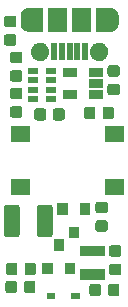
<source format=gbr>
G04 #@! TF.GenerationSoftware,KiCad,Pcbnew,(5.0.2)-1*
G04 #@! TF.CreationDate,2018-12-23T16:39:48-05:00*
G04 #@! TF.ProjectId,cardEmulator,63617264-456d-4756-9c61-746f722e6b69,rev?*
G04 #@! TF.SameCoordinates,Original*
G04 #@! TF.FileFunction,Soldermask,Top*
G04 #@! TF.FilePolarity,Negative*
%FSLAX46Y46*%
G04 Gerber Fmt 4.6, Leading zero omitted, Abs format (unit mm)*
G04 Created by KiCad (PCBNEW (5.0.2)-1) date 12/23/2018 4:39:48 PM*
%MOMM*%
%LPD*%
G01*
G04 APERTURE LIST*
%ADD10C,0.100000*%
G04 APERTURE END LIST*
D10*
G36*
X119417800Y-105406300D02*
X118716200Y-105406300D01*
X118716200Y-104854700D01*
X119417800Y-104854700D01*
X119417800Y-105406300D01*
X119417800Y-105406300D01*
G37*
G36*
X117317800Y-105406300D02*
X116616200Y-105406300D01*
X116616200Y-104854700D01*
X117317800Y-104854700D01*
X117317800Y-105406300D01*
X117317800Y-105406300D01*
G37*
G36*
X121027981Y-104101268D02*
X121071375Y-104114432D01*
X121111368Y-104135809D01*
X121146423Y-104164577D01*
X121175191Y-104199632D01*
X121196568Y-104239625D01*
X121209732Y-104283019D01*
X121214300Y-104329400D01*
X121214300Y-104915600D01*
X121209732Y-104961981D01*
X121196568Y-105005375D01*
X121175191Y-105045368D01*
X121146423Y-105080423D01*
X121111368Y-105109191D01*
X121071375Y-105130568D01*
X121027981Y-105143732D01*
X120981600Y-105148300D01*
X120470400Y-105148300D01*
X120424019Y-105143732D01*
X120380625Y-105130568D01*
X120340632Y-105109191D01*
X120305577Y-105080423D01*
X120276809Y-105045368D01*
X120255432Y-105005375D01*
X120242268Y-104961981D01*
X120237700Y-104915600D01*
X120237700Y-104329400D01*
X120242268Y-104283019D01*
X120255432Y-104239625D01*
X120276809Y-104199632D01*
X120305577Y-104164577D01*
X120340632Y-104135809D01*
X120380625Y-104114432D01*
X120424019Y-104101268D01*
X120470400Y-104096700D01*
X120981600Y-104096700D01*
X121027981Y-104101268D01*
X121027981Y-104101268D01*
G37*
G36*
X122602981Y-104101268D02*
X122646375Y-104114432D01*
X122686368Y-104135809D01*
X122721423Y-104164577D01*
X122750191Y-104199632D01*
X122771568Y-104239625D01*
X122784732Y-104283019D01*
X122789300Y-104329400D01*
X122789300Y-104915600D01*
X122784732Y-104961981D01*
X122771568Y-105005375D01*
X122750191Y-105045368D01*
X122721423Y-105080423D01*
X122686368Y-105109191D01*
X122646375Y-105130568D01*
X122602981Y-105143732D01*
X122556600Y-105148300D01*
X122045400Y-105148300D01*
X121999019Y-105143732D01*
X121955625Y-105130568D01*
X121915632Y-105109191D01*
X121880577Y-105080423D01*
X121851809Y-105045368D01*
X121830432Y-105005375D01*
X121817268Y-104961981D01*
X121812700Y-104915600D01*
X121812700Y-104329400D01*
X121817268Y-104283019D01*
X121830432Y-104239625D01*
X121851809Y-104199632D01*
X121880577Y-104164577D01*
X121915632Y-104135809D01*
X121955625Y-104114432D01*
X121999019Y-104101268D01*
X122045400Y-104096700D01*
X122556600Y-104096700D01*
X122602981Y-104101268D01*
X122602981Y-104101268D01*
G37*
G36*
X113915981Y-103847268D02*
X113959375Y-103860432D01*
X113999368Y-103881809D01*
X114034423Y-103910577D01*
X114063191Y-103945632D01*
X114084568Y-103985625D01*
X114097732Y-104029019D01*
X114102300Y-104075400D01*
X114102300Y-104661600D01*
X114097732Y-104707981D01*
X114084568Y-104751375D01*
X114063191Y-104791368D01*
X114034423Y-104826423D01*
X113999368Y-104855191D01*
X113959375Y-104876568D01*
X113915981Y-104889732D01*
X113869600Y-104894300D01*
X113358400Y-104894300D01*
X113312019Y-104889732D01*
X113268625Y-104876568D01*
X113228632Y-104855191D01*
X113193577Y-104826423D01*
X113164809Y-104791368D01*
X113143432Y-104751375D01*
X113130268Y-104707981D01*
X113125700Y-104661600D01*
X113125700Y-104075400D01*
X113130268Y-104029019D01*
X113143432Y-103985625D01*
X113164809Y-103945632D01*
X113193577Y-103910577D01*
X113228632Y-103881809D01*
X113268625Y-103860432D01*
X113312019Y-103847268D01*
X113358400Y-103842700D01*
X113869600Y-103842700D01*
X113915981Y-103847268D01*
X113915981Y-103847268D01*
G37*
G36*
X115490981Y-103847268D02*
X115534375Y-103860432D01*
X115574368Y-103881809D01*
X115609423Y-103910577D01*
X115638191Y-103945632D01*
X115659568Y-103985625D01*
X115672732Y-104029019D01*
X115677300Y-104075400D01*
X115677300Y-104661600D01*
X115672732Y-104707981D01*
X115659568Y-104751375D01*
X115638191Y-104791368D01*
X115609423Y-104826423D01*
X115574368Y-104855191D01*
X115534375Y-104876568D01*
X115490981Y-104889732D01*
X115444600Y-104894300D01*
X114933400Y-104894300D01*
X114887019Y-104889732D01*
X114843625Y-104876568D01*
X114803632Y-104855191D01*
X114768577Y-104826423D01*
X114739809Y-104791368D01*
X114718432Y-104751375D01*
X114705268Y-104707981D01*
X114700700Y-104661600D01*
X114700700Y-104075400D01*
X114705268Y-104029019D01*
X114718432Y-103985625D01*
X114739809Y-103945632D01*
X114768577Y-103910577D01*
X114803632Y-103881809D01*
X114843625Y-103860432D01*
X114887019Y-103847268D01*
X114933400Y-103842700D01*
X115444600Y-103842700D01*
X115490981Y-103847268D01*
X115490981Y-103847268D01*
G37*
G36*
X121573800Y-103771300D02*
X119472200Y-103771300D01*
X119472200Y-102869700D01*
X121573800Y-102869700D01*
X121573800Y-103771300D01*
X121573800Y-103771300D01*
G37*
G36*
X122767481Y-102411768D02*
X122810875Y-102424932D01*
X122850868Y-102446309D01*
X122885923Y-102475077D01*
X122914691Y-102510132D01*
X122936068Y-102550125D01*
X122949232Y-102593519D01*
X122953800Y-102639900D01*
X122953800Y-103151100D01*
X122949232Y-103197481D01*
X122936068Y-103240875D01*
X122914691Y-103280868D01*
X122885923Y-103315923D01*
X122850868Y-103344691D01*
X122810875Y-103366068D01*
X122767481Y-103379232D01*
X122721100Y-103383800D01*
X122134900Y-103383800D01*
X122088519Y-103379232D01*
X122045125Y-103366068D01*
X122005132Y-103344691D01*
X121970077Y-103315923D01*
X121941309Y-103280868D01*
X121919932Y-103240875D01*
X121906768Y-103197481D01*
X121902200Y-103151100D01*
X121902200Y-102639900D01*
X121906768Y-102593519D01*
X121919932Y-102550125D01*
X121941309Y-102510132D01*
X121970077Y-102475077D01*
X122005132Y-102446309D01*
X122045125Y-102424932D01*
X122088519Y-102411768D01*
X122134900Y-102407200D01*
X122721100Y-102407200D01*
X122767481Y-102411768D01*
X122767481Y-102411768D01*
G37*
G36*
X113966981Y-102323268D02*
X114010375Y-102336432D01*
X114050368Y-102357809D01*
X114085423Y-102386577D01*
X114114191Y-102421632D01*
X114135568Y-102461625D01*
X114148732Y-102505019D01*
X114153300Y-102551400D01*
X114153300Y-103137600D01*
X114148732Y-103183981D01*
X114135568Y-103227375D01*
X114114191Y-103267368D01*
X114085423Y-103302423D01*
X114050368Y-103331191D01*
X114010375Y-103352568D01*
X113966981Y-103365732D01*
X113920600Y-103370300D01*
X113409400Y-103370300D01*
X113363019Y-103365732D01*
X113319625Y-103352568D01*
X113279632Y-103331191D01*
X113244577Y-103302423D01*
X113215809Y-103267368D01*
X113194432Y-103227375D01*
X113181268Y-103183981D01*
X113176700Y-103137600D01*
X113176700Y-102551400D01*
X113181268Y-102505019D01*
X113194432Y-102461625D01*
X113215809Y-102421632D01*
X113244577Y-102386577D01*
X113279632Y-102357809D01*
X113319625Y-102336432D01*
X113363019Y-102323268D01*
X113409400Y-102318700D01*
X113920600Y-102318700D01*
X113966981Y-102323268D01*
X113966981Y-102323268D01*
G37*
G36*
X115541981Y-102323268D02*
X115585375Y-102336432D01*
X115625368Y-102357809D01*
X115660423Y-102386577D01*
X115689191Y-102421632D01*
X115710568Y-102461625D01*
X115723732Y-102505019D01*
X115728300Y-102551400D01*
X115728300Y-103137600D01*
X115723732Y-103183981D01*
X115710568Y-103227375D01*
X115689191Y-103267368D01*
X115660423Y-103302423D01*
X115625368Y-103331191D01*
X115585375Y-103352568D01*
X115541981Y-103365732D01*
X115495600Y-103370300D01*
X114984400Y-103370300D01*
X114938019Y-103365732D01*
X114894625Y-103352568D01*
X114854632Y-103331191D01*
X114819577Y-103302423D01*
X114790809Y-103267368D01*
X114769432Y-103227375D01*
X114756268Y-103183981D01*
X114751700Y-103137600D01*
X114751700Y-102551400D01*
X114756268Y-102505019D01*
X114769432Y-102461625D01*
X114790809Y-102421632D01*
X114819577Y-102386577D01*
X114854632Y-102357809D01*
X114894625Y-102336432D01*
X114938019Y-102323268D01*
X114984400Y-102318700D01*
X115495600Y-102318700D01*
X115541981Y-102323268D01*
X115541981Y-102323268D01*
G37*
G36*
X117163800Y-103313300D02*
X116262200Y-103313300D01*
X116262200Y-102311700D01*
X117163800Y-102311700D01*
X117163800Y-103313300D01*
X117163800Y-103313300D01*
G37*
G36*
X119063800Y-103313300D02*
X118162200Y-103313300D01*
X118162200Y-102311700D01*
X119063800Y-102311700D01*
X119063800Y-103313300D01*
X119063800Y-103313300D01*
G37*
G36*
X122767481Y-100836768D02*
X122810875Y-100849932D01*
X122850868Y-100871309D01*
X122885923Y-100900077D01*
X122914691Y-100935132D01*
X122936068Y-100975125D01*
X122949232Y-101018519D01*
X122953800Y-101064900D01*
X122953800Y-101576100D01*
X122949232Y-101622481D01*
X122936068Y-101665875D01*
X122914691Y-101705868D01*
X122885923Y-101740923D01*
X122850868Y-101769691D01*
X122810875Y-101791068D01*
X122767481Y-101804232D01*
X122721100Y-101808800D01*
X122134900Y-101808800D01*
X122088519Y-101804232D01*
X122045125Y-101791068D01*
X122005132Y-101769691D01*
X121970077Y-101740923D01*
X121941309Y-101705868D01*
X121919932Y-101665875D01*
X121906768Y-101622481D01*
X121902200Y-101576100D01*
X121902200Y-101064900D01*
X121906768Y-101018519D01*
X121919932Y-100975125D01*
X121941309Y-100935132D01*
X121970077Y-100900077D01*
X122005132Y-100871309D01*
X122045125Y-100849932D01*
X122088519Y-100836768D01*
X122134900Y-100832200D01*
X122721100Y-100832200D01*
X122767481Y-100836768D01*
X122767481Y-100836768D01*
G37*
G36*
X121573800Y-101771300D02*
X119472200Y-101771300D01*
X119472200Y-100869700D01*
X121573800Y-100869700D01*
X121573800Y-101771300D01*
X121573800Y-101771300D01*
G37*
G36*
X118113800Y-101313300D02*
X117212200Y-101313300D01*
X117212200Y-100311700D01*
X118113800Y-100311700D01*
X118113800Y-101313300D01*
X118113800Y-101313300D01*
G37*
G36*
X119383800Y-100265300D02*
X118482200Y-100265300D01*
X118482200Y-99263700D01*
X119383800Y-99263700D01*
X119383800Y-100265300D01*
X119383800Y-100265300D01*
G37*
G36*
X114129463Y-97409722D02*
X114177286Y-97424229D01*
X114221366Y-97447791D01*
X114260002Y-97479498D01*
X114291709Y-97518134D01*
X114315271Y-97562214D01*
X114329778Y-97610037D01*
X114334800Y-97661030D01*
X114334800Y-99899970D01*
X114329778Y-99950963D01*
X114315271Y-99998786D01*
X114291709Y-100042866D01*
X114260002Y-100081502D01*
X114221366Y-100113209D01*
X114177286Y-100136771D01*
X114129463Y-100151278D01*
X114078470Y-100156300D01*
X113239530Y-100156300D01*
X113188537Y-100151278D01*
X113140714Y-100136771D01*
X113096634Y-100113209D01*
X113057998Y-100081502D01*
X113026291Y-100042866D01*
X113002729Y-99998786D01*
X112988222Y-99950963D01*
X112983200Y-99899970D01*
X112983200Y-97661030D01*
X112988222Y-97610037D01*
X113002729Y-97562214D01*
X113026291Y-97518134D01*
X113057998Y-97479498D01*
X113096634Y-97447791D01*
X113140714Y-97424229D01*
X113188537Y-97409722D01*
X113239530Y-97404700D01*
X114078470Y-97404700D01*
X114129463Y-97409722D01*
X114129463Y-97409722D01*
G37*
G36*
X116929463Y-97409722D02*
X116977286Y-97424229D01*
X117021366Y-97447791D01*
X117060002Y-97479498D01*
X117091709Y-97518134D01*
X117115271Y-97562214D01*
X117129778Y-97610037D01*
X117134800Y-97661030D01*
X117134800Y-99899970D01*
X117129778Y-99950963D01*
X117115271Y-99998786D01*
X117091709Y-100042866D01*
X117060002Y-100081502D01*
X117021366Y-100113209D01*
X116977286Y-100136771D01*
X116929463Y-100151278D01*
X116878470Y-100156300D01*
X116039530Y-100156300D01*
X115988537Y-100151278D01*
X115940714Y-100136771D01*
X115896634Y-100113209D01*
X115857998Y-100081502D01*
X115826291Y-100042866D01*
X115802729Y-99998786D01*
X115788222Y-99950963D01*
X115783200Y-99899970D01*
X115783200Y-97661030D01*
X115788222Y-97610037D01*
X115802729Y-97562214D01*
X115826291Y-97518134D01*
X115857998Y-97479498D01*
X115896634Y-97447791D01*
X115940714Y-97424229D01*
X115988537Y-97409722D01*
X116039530Y-97404700D01*
X116878470Y-97404700D01*
X116929463Y-97409722D01*
X116929463Y-97409722D01*
G37*
G36*
X121624481Y-98728768D02*
X121667875Y-98741932D01*
X121707868Y-98763309D01*
X121742923Y-98792077D01*
X121771691Y-98827132D01*
X121793068Y-98867125D01*
X121806232Y-98910519D01*
X121810800Y-98956900D01*
X121810800Y-99468100D01*
X121806232Y-99514481D01*
X121793068Y-99557875D01*
X121771691Y-99597868D01*
X121742923Y-99632923D01*
X121707868Y-99661691D01*
X121667875Y-99683068D01*
X121624481Y-99696232D01*
X121578100Y-99700800D01*
X120991900Y-99700800D01*
X120945519Y-99696232D01*
X120902125Y-99683068D01*
X120862132Y-99661691D01*
X120827077Y-99632923D01*
X120798309Y-99597868D01*
X120776932Y-99557875D01*
X120763768Y-99514481D01*
X120759200Y-99468100D01*
X120759200Y-98956900D01*
X120763768Y-98910519D01*
X120776932Y-98867125D01*
X120798309Y-98827132D01*
X120827077Y-98792077D01*
X120862132Y-98763309D01*
X120902125Y-98741932D01*
X120945519Y-98728768D01*
X120991900Y-98724200D01*
X121578100Y-98724200D01*
X121624481Y-98728768D01*
X121624481Y-98728768D01*
G37*
G36*
X120333800Y-98265300D02*
X119432200Y-98265300D01*
X119432200Y-97263700D01*
X120333800Y-97263700D01*
X120333800Y-98265300D01*
X120333800Y-98265300D01*
G37*
G36*
X118433800Y-98265300D02*
X117532200Y-98265300D01*
X117532200Y-97263700D01*
X118433800Y-97263700D01*
X118433800Y-98265300D01*
X118433800Y-98265300D01*
G37*
G36*
X121624481Y-97153768D02*
X121667875Y-97166932D01*
X121707868Y-97188309D01*
X121742923Y-97217077D01*
X121771691Y-97252132D01*
X121793068Y-97292125D01*
X121806232Y-97335519D01*
X121810800Y-97381900D01*
X121810800Y-97893100D01*
X121806232Y-97939481D01*
X121793068Y-97982875D01*
X121771691Y-98022868D01*
X121742923Y-98057923D01*
X121707868Y-98086691D01*
X121667875Y-98108068D01*
X121624481Y-98121232D01*
X121578100Y-98125800D01*
X120991900Y-98125800D01*
X120945519Y-98121232D01*
X120902125Y-98108068D01*
X120862132Y-98086691D01*
X120827077Y-98057923D01*
X120798309Y-98022868D01*
X120776932Y-97982875D01*
X120763768Y-97939481D01*
X120759200Y-97893100D01*
X120759200Y-97381900D01*
X120763768Y-97335519D01*
X120776932Y-97292125D01*
X120798309Y-97252132D01*
X120827077Y-97217077D01*
X120862132Y-97188309D01*
X120902125Y-97166932D01*
X120945519Y-97153768D01*
X120991900Y-97149200D01*
X121578100Y-97149200D01*
X121624481Y-97153768D01*
X121624481Y-97153768D01*
G37*
G36*
X123212800Y-96615300D02*
X121561200Y-96615300D01*
X121561200Y-95213700D01*
X123212800Y-95213700D01*
X123212800Y-96615300D01*
X123212800Y-96615300D01*
G37*
G36*
X115252800Y-96615300D02*
X113601200Y-96615300D01*
X113601200Y-95213700D01*
X115252800Y-95213700D01*
X115252800Y-96615300D01*
X115252800Y-96615300D01*
G37*
G36*
X123212800Y-92115300D02*
X121561200Y-92115300D01*
X121561200Y-90713700D01*
X123212800Y-90713700D01*
X123212800Y-92115300D01*
X123212800Y-92115300D01*
G37*
G36*
X115252800Y-92115300D02*
X113601200Y-92115300D01*
X113601200Y-90713700D01*
X115252800Y-90713700D01*
X115252800Y-92115300D01*
X115252800Y-92115300D01*
G37*
G36*
X117954981Y-89242268D02*
X117998375Y-89255432D01*
X118038368Y-89276809D01*
X118073423Y-89305577D01*
X118102191Y-89340632D01*
X118123568Y-89380625D01*
X118136732Y-89424019D01*
X118141300Y-89470400D01*
X118141300Y-90056600D01*
X118136732Y-90102981D01*
X118123568Y-90146375D01*
X118102191Y-90186368D01*
X118073423Y-90221423D01*
X118038368Y-90250191D01*
X117998375Y-90271568D01*
X117954981Y-90284732D01*
X117908600Y-90289300D01*
X117397400Y-90289300D01*
X117351019Y-90284732D01*
X117307625Y-90271568D01*
X117267632Y-90250191D01*
X117232577Y-90221423D01*
X117203809Y-90186368D01*
X117182432Y-90146375D01*
X117169268Y-90102981D01*
X117164700Y-90056600D01*
X117164700Y-89470400D01*
X117169268Y-89424019D01*
X117182432Y-89380625D01*
X117203809Y-89340632D01*
X117232577Y-89305577D01*
X117267632Y-89276809D01*
X117307625Y-89255432D01*
X117351019Y-89242268D01*
X117397400Y-89237700D01*
X117908600Y-89237700D01*
X117954981Y-89242268D01*
X117954981Y-89242268D01*
G37*
G36*
X116379981Y-89242268D02*
X116423375Y-89255432D01*
X116463368Y-89276809D01*
X116498423Y-89305577D01*
X116527191Y-89340632D01*
X116548568Y-89380625D01*
X116561732Y-89424019D01*
X116566300Y-89470400D01*
X116566300Y-90056600D01*
X116561732Y-90102981D01*
X116548568Y-90146375D01*
X116527191Y-90186368D01*
X116498423Y-90221423D01*
X116463368Y-90250191D01*
X116423375Y-90271568D01*
X116379981Y-90284732D01*
X116333600Y-90289300D01*
X115822400Y-90289300D01*
X115776019Y-90284732D01*
X115732625Y-90271568D01*
X115692632Y-90250191D01*
X115657577Y-90221423D01*
X115628809Y-90186368D01*
X115607432Y-90146375D01*
X115594268Y-90102981D01*
X115589700Y-90056600D01*
X115589700Y-89470400D01*
X115594268Y-89424019D01*
X115607432Y-89380625D01*
X115628809Y-89340632D01*
X115657577Y-89305577D01*
X115692632Y-89276809D01*
X115732625Y-89255432D01*
X115776019Y-89242268D01*
X115822400Y-89237700D01*
X116333600Y-89237700D01*
X116379981Y-89242268D01*
X116379981Y-89242268D01*
G37*
G36*
X122145981Y-89115268D02*
X122189375Y-89128432D01*
X122229368Y-89149809D01*
X122264423Y-89178577D01*
X122293191Y-89213632D01*
X122314568Y-89253625D01*
X122327732Y-89297019D01*
X122332300Y-89343400D01*
X122332300Y-89929600D01*
X122327732Y-89975981D01*
X122314568Y-90019375D01*
X122293191Y-90059368D01*
X122264423Y-90094423D01*
X122229368Y-90123191D01*
X122189375Y-90144568D01*
X122145981Y-90157732D01*
X122099600Y-90162300D01*
X121588400Y-90162300D01*
X121542019Y-90157732D01*
X121498625Y-90144568D01*
X121458632Y-90123191D01*
X121423577Y-90094423D01*
X121394809Y-90059368D01*
X121373432Y-90019375D01*
X121360268Y-89975981D01*
X121355700Y-89929600D01*
X121355700Y-89343400D01*
X121360268Y-89297019D01*
X121373432Y-89253625D01*
X121394809Y-89213632D01*
X121423577Y-89178577D01*
X121458632Y-89149809D01*
X121498625Y-89128432D01*
X121542019Y-89115268D01*
X121588400Y-89110700D01*
X122099600Y-89110700D01*
X122145981Y-89115268D01*
X122145981Y-89115268D01*
G37*
G36*
X120570981Y-89115268D02*
X120614375Y-89128432D01*
X120654368Y-89149809D01*
X120689423Y-89178577D01*
X120718191Y-89213632D01*
X120739568Y-89253625D01*
X120752732Y-89297019D01*
X120757300Y-89343400D01*
X120757300Y-89929600D01*
X120752732Y-89975981D01*
X120739568Y-90019375D01*
X120718191Y-90059368D01*
X120689423Y-90094423D01*
X120654368Y-90123191D01*
X120614375Y-90144568D01*
X120570981Y-90157732D01*
X120524600Y-90162300D01*
X120013400Y-90162300D01*
X119967019Y-90157732D01*
X119923625Y-90144568D01*
X119883632Y-90123191D01*
X119848577Y-90094423D01*
X119819809Y-90059368D01*
X119798432Y-90019375D01*
X119785268Y-89975981D01*
X119780700Y-89929600D01*
X119780700Y-89343400D01*
X119785268Y-89297019D01*
X119798432Y-89253625D01*
X119819809Y-89213632D01*
X119848577Y-89178577D01*
X119883632Y-89149809D01*
X119923625Y-89128432D01*
X119967019Y-89115268D01*
X120013400Y-89110700D01*
X120524600Y-89110700D01*
X120570981Y-89115268D01*
X120570981Y-89115268D01*
G37*
G36*
X114385481Y-89076768D02*
X114428875Y-89089932D01*
X114468868Y-89111309D01*
X114503923Y-89140077D01*
X114532691Y-89175132D01*
X114554068Y-89215125D01*
X114567232Y-89258519D01*
X114571800Y-89304900D01*
X114571800Y-89816100D01*
X114567232Y-89862481D01*
X114554068Y-89905875D01*
X114532691Y-89945868D01*
X114503923Y-89980923D01*
X114468868Y-90009691D01*
X114428875Y-90031068D01*
X114385481Y-90044232D01*
X114339100Y-90048800D01*
X113752900Y-90048800D01*
X113706519Y-90044232D01*
X113663125Y-90031068D01*
X113623132Y-90009691D01*
X113588077Y-89980923D01*
X113559309Y-89945868D01*
X113537932Y-89905875D01*
X113524768Y-89862481D01*
X113520200Y-89816100D01*
X113520200Y-89304900D01*
X113524768Y-89258519D01*
X113537932Y-89215125D01*
X113559309Y-89175132D01*
X113588077Y-89140077D01*
X113623132Y-89111309D01*
X113663125Y-89089932D01*
X113706519Y-89076768D01*
X113752900Y-89072200D01*
X114339100Y-89072200D01*
X114385481Y-89076768D01*
X114385481Y-89076768D01*
G37*
G36*
X117434800Y-88746300D02*
X116573200Y-88746300D01*
X116573200Y-88214700D01*
X117434800Y-88214700D01*
X117434800Y-88746300D01*
X117434800Y-88746300D01*
G37*
G36*
X115914800Y-88746300D02*
X115053200Y-88746300D01*
X115053200Y-88214700D01*
X115914800Y-88214700D01*
X115914800Y-88746300D01*
X115914800Y-88746300D01*
G37*
G36*
X121398800Y-88488300D02*
X120237200Y-88488300D01*
X120237200Y-87736700D01*
X121398800Y-87736700D01*
X121398800Y-88488300D01*
X121398800Y-88488300D01*
G37*
G36*
X119198800Y-88488300D02*
X118037200Y-88488300D01*
X118037200Y-87736700D01*
X119198800Y-87736700D01*
X119198800Y-88488300D01*
X119198800Y-88488300D01*
G37*
G36*
X114385481Y-87501768D02*
X114428875Y-87514932D01*
X114468868Y-87536309D01*
X114503923Y-87565077D01*
X114532691Y-87600132D01*
X114554068Y-87640125D01*
X114567232Y-87683519D01*
X114571800Y-87729900D01*
X114571800Y-88241100D01*
X114567232Y-88287481D01*
X114554068Y-88330875D01*
X114532691Y-88370868D01*
X114503923Y-88405923D01*
X114468868Y-88434691D01*
X114428875Y-88456068D01*
X114385481Y-88469232D01*
X114339100Y-88473800D01*
X113752900Y-88473800D01*
X113706519Y-88469232D01*
X113663125Y-88456068D01*
X113623132Y-88434691D01*
X113588077Y-88405923D01*
X113559309Y-88370868D01*
X113537932Y-88330875D01*
X113524768Y-88287481D01*
X113520200Y-88241100D01*
X113520200Y-87729900D01*
X113524768Y-87683519D01*
X113537932Y-87640125D01*
X113559309Y-87600132D01*
X113588077Y-87565077D01*
X113623132Y-87536309D01*
X113663125Y-87514932D01*
X113706519Y-87501768D01*
X113752900Y-87497200D01*
X114339100Y-87497200D01*
X114385481Y-87501768D01*
X114385481Y-87501768D01*
G37*
G36*
X122640481Y-87171768D02*
X122683875Y-87184932D01*
X122723868Y-87206309D01*
X122758923Y-87235077D01*
X122787691Y-87270132D01*
X122809068Y-87310125D01*
X122822232Y-87353519D01*
X122826800Y-87399900D01*
X122826800Y-87911100D01*
X122822232Y-87957481D01*
X122809068Y-88000875D01*
X122787691Y-88040868D01*
X122758923Y-88075923D01*
X122723868Y-88104691D01*
X122683875Y-88126068D01*
X122640481Y-88139232D01*
X122594100Y-88143800D01*
X122007900Y-88143800D01*
X121961519Y-88139232D01*
X121918125Y-88126068D01*
X121878132Y-88104691D01*
X121843077Y-88075923D01*
X121814309Y-88040868D01*
X121792932Y-88000875D01*
X121779768Y-87957481D01*
X121775200Y-87911100D01*
X121775200Y-87399900D01*
X121779768Y-87353519D01*
X121792932Y-87310125D01*
X121814309Y-87270132D01*
X121843077Y-87235077D01*
X121878132Y-87206309D01*
X121918125Y-87184932D01*
X121961519Y-87171768D01*
X122007900Y-87167200D01*
X122594100Y-87167200D01*
X122640481Y-87171768D01*
X122640481Y-87171768D01*
G37*
G36*
X115914800Y-87946300D02*
X115053200Y-87946300D01*
X115053200Y-87414700D01*
X115914800Y-87414700D01*
X115914800Y-87946300D01*
X115914800Y-87946300D01*
G37*
G36*
X117434800Y-87946300D02*
X116573200Y-87946300D01*
X116573200Y-87414700D01*
X117434800Y-87414700D01*
X117434800Y-87946300D01*
X117434800Y-87946300D01*
G37*
G36*
X121398800Y-87538300D02*
X120237200Y-87538300D01*
X120237200Y-86786700D01*
X121398800Y-86786700D01*
X121398800Y-87538300D01*
X121398800Y-87538300D01*
G37*
G36*
X117434800Y-87146300D02*
X116573200Y-87146300D01*
X116573200Y-86614700D01*
X117434800Y-86614700D01*
X117434800Y-87146300D01*
X117434800Y-87146300D01*
G37*
G36*
X115914800Y-87146300D02*
X115053200Y-87146300D01*
X115053200Y-86614700D01*
X115914800Y-86614700D01*
X115914800Y-87146300D01*
X115914800Y-87146300D01*
G37*
G36*
X114385481Y-86028768D02*
X114428875Y-86041932D01*
X114468868Y-86063309D01*
X114503923Y-86092077D01*
X114532691Y-86127132D01*
X114554068Y-86167125D01*
X114567232Y-86210519D01*
X114571800Y-86256900D01*
X114571800Y-86768100D01*
X114567232Y-86814481D01*
X114554068Y-86857875D01*
X114532691Y-86897868D01*
X114503923Y-86932923D01*
X114468868Y-86961691D01*
X114428875Y-86983068D01*
X114385481Y-86996232D01*
X114339100Y-87000800D01*
X113752900Y-87000800D01*
X113706519Y-86996232D01*
X113663125Y-86983068D01*
X113623132Y-86961691D01*
X113588077Y-86932923D01*
X113559309Y-86897868D01*
X113537932Y-86857875D01*
X113524768Y-86814481D01*
X113520200Y-86768100D01*
X113520200Y-86256900D01*
X113524768Y-86210519D01*
X113537932Y-86167125D01*
X113559309Y-86127132D01*
X113588077Y-86092077D01*
X113623132Y-86063309D01*
X113663125Y-86041932D01*
X113706519Y-86028768D01*
X113752900Y-86024200D01*
X114339100Y-86024200D01*
X114385481Y-86028768D01*
X114385481Y-86028768D01*
G37*
G36*
X119198800Y-86588300D02*
X118037200Y-86588300D01*
X118037200Y-85836700D01*
X119198800Y-85836700D01*
X119198800Y-86588300D01*
X119198800Y-86588300D01*
G37*
G36*
X121398800Y-86588300D02*
X120237200Y-86588300D01*
X120237200Y-85836700D01*
X121398800Y-85836700D01*
X121398800Y-86588300D01*
X121398800Y-86588300D01*
G37*
G36*
X122640481Y-85596768D02*
X122683875Y-85609932D01*
X122723868Y-85631309D01*
X122758923Y-85660077D01*
X122787691Y-85695132D01*
X122809068Y-85735125D01*
X122822232Y-85778519D01*
X122826800Y-85824900D01*
X122826800Y-86336100D01*
X122822232Y-86382481D01*
X122809068Y-86425875D01*
X122787691Y-86465868D01*
X122758923Y-86500923D01*
X122723868Y-86529691D01*
X122683875Y-86551068D01*
X122640481Y-86564232D01*
X122594100Y-86568800D01*
X122007900Y-86568800D01*
X121961519Y-86564232D01*
X121918125Y-86551068D01*
X121878132Y-86529691D01*
X121843077Y-86500923D01*
X121814309Y-86465868D01*
X121792932Y-86425875D01*
X121779768Y-86382481D01*
X121775200Y-86336100D01*
X121775200Y-85824900D01*
X121779768Y-85778519D01*
X121792932Y-85735125D01*
X121814309Y-85695132D01*
X121843077Y-85660077D01*
X121878132Y-85631309D01*
X121918125Y-85609932D01*
X121961519Y-85596768D01*
X122007900Y-85592200D01*
X122594100Y-85592200D01*
X122640481Y-85596768D01*
X122640481Y-85596768D01*
G37*
G36*
X117434800Y-86346300D02*
X116573200Y-86346300D01*
X116573200Y-85814700D01*
X117434800Y-85814700D01*
X117434800Y-86346300D01*
X117434800Y-86346300D01*
G37*
G36*
X115914800Y-86346300D02*
X115053200Y-86346300D01*
X115053200Y-85814700D01*
X115914800Y-85814700D01*
X115914800Y-86346300D01*
X115914800Y-86346300D01*
G37*
G36*
X114385481Y-84453768D02*
X114428875Y-84466932D01*
X114468868Y-84488309D01*
X114503923Y-84517077D01*
X114532691Y-84552132D01*
X114554068Y-84592125D01*
X114567232Y-84635519D01*
X114571800Y-84681900D01*
X114571800Y-85193100D01*
X114567232Y-85239481D01*
X114554068Y-85282875D01*
X114532691Y-85322868D01*
X114503923Y-85357923D01*
X114468868Y-85386691D01*
X114428875Y-85408068D01*
X114385481Y-85421232D01*
X114339100Y-85425800D01*
X113752900Y-85425800D01*
X113706519Y-85421232D01*
X113663125Y-85408068D01*
X113623132Y-85386691D01*
X113588077Y-85357923D01*
X113559309Y-85322868D01*
X113537932Y-85282875D01*
X113524768Y-85239481D01*
X113520200Y-85193100D01*
X113520200Y-84681900D01*
X113524768Y-84635519D01*
X113537932Y-84592125D01*
X113559309Y-84552132D01*
X113588077Y-84517077D01*
X113623132Y-84488309D01*
X113663125Y-84466932D01*
X113706519Y-84453768D01*
X113752900Y-84449200D01*
X114339100Y-84449200D01*
X114385481Y-84453768D01*
X114385481Y-84453768D01*
G37*
G36*
X121288293Y-83716513D02*
X121358886Y-83745754D01*
X121429481Y-83774995D01*
X121541535Y-83849868D01*
X121556544Y-83859897D01*
X121664603Y-83967956D01*
X121664605Y-83967959D01*
X121749505Y-84095019D01*
X121778746Y-84165614D01*
X121807987Y-84236207D01*
X121837800Y-84386090D01*
X121837800Y-84538910D01*
X121807987Y-84688793D01*
X121806099Y-84693350D01*
X121749505Y-84829981D01*
X121664892Y-84956611D01*
X121664603Y-84957044D01*
X121556544Y-85065103D01*
X121556541Y-85065105D01*
X121429481Y-85150005D01*
X121358886Y-85179246D01*
X121288293Y-85208487D01*
X121138410Y-85238300D01*
X120985590Y-85238300D01*
X120835707Y-85208487D01*
X120765114Y-85179246D01*
X120694519Y-85150005D01*
X120567459Y-85065105D01*
X120567456Y-85065103D01*
X120459397Y-84957044D01*
X120459108Y-84956611D01*
X120374495Y-84829981D01*
X120317901Y-84693350D01*
X120316013Y-84688793D01*
X120286200Y-84538910D01*
X120286200Y-84386090D01*
X120316013Y-84236207D01*
X120345254Y-84165614D01*
X120374495Y-84095019D01*
X120459395Y-83967959D01*
X120459397Y-83967956D01*
X120567456Y-83859897D01*
X120582465Y-83849868D01*
X120694519Y-83774995D01*
X120765114Y-83745754D01*
X120835707Y-83716513D01*
X120985590Y-83686700D01*
X121138410Y-83686700D01*
X121288293Y-83716513D01*
X121288293Y-83716513D01*
G37*
G36*
X116288293Y-83716513D02*
X116358886Y-83745754D01*
X116429481Y-83774995D01*
X116541535Y-83849868D01*
X116556544Y-83859897D01*
X116664603Y-83967956D01*
X116664605Y-83967959D01*
X116749505Y-84095019D01*
X116778746Y-84165614D01*
X116807987Y-84236207D01*
X116837800Y-84386090D01*
X116837800Y-84538910D01*
X116807987Y-84688793D01*
X116806099Y-84693350D01*
X116749505Y-84829981D01*
X116664892Y-84956611D01*
X116664603Y-84957044D01*
X116556544Y-85065103D01*
X116556541Y-85065105D01*
X116429481Y-85150005D01*
X116358886Y-85179246D01*
X116288293Y-85208487D01*
X116138410Y-85238300D01*
X115985590Y-85238300D01*
X115835707Y-85208487D01*
X115765114Y-85179246D01*
X115694519Y-85150005D01*
X115567459Y-85065105D01*
X115567456Y-85065103D01*
X115459397Y-84957044D01*
X115459108Y-84956611D01*
X115374495Y-84829981D01*
X115317901Y-84693350D01*
X115316013Y-84688793D01*
X115286200Y-84538910D01*
X115286200Y-84386090D01*
X115316013Y-84236207D01*
X115345254Y-84165614D01*
X115374495Y-84095019D01*
X115459395Y-83967959D01*
X115459397Y-83967956D01*
X115567456Y-83859897D01*
X115582465Y-83849868D01*
X115694519Y-83774995D01*
X115765114Y-83745754D01*
X115835707Y-83716513D01*
X115985590Y-83686700D01*
X116138410Y-83686700D01*
X116288293Y-83716513D01*
X116288293Y-83716513D01*
G37*
G36*
X120112800Y-85188300D02*
X119611200Y-85188300D01*
X119611200Y-83736700D01*
X120112800Y-83736700D01*
X120112800Y-85188300D01*
X120112800Y-85188300D01*
G37*
G36*
X119462800Y-85188300D02*
X118961200Y-85188300D01*
X118961200Y-83736700D01*
X119462800Y-83736700D01*
X119462800Y-85188300D01*
X119462800Y-85188300D01*
G37*
G36*
X118812800Y-85188300D02*
X118311200Y-85188300D01*
X118311200Y-83736700D01*
X118812800Y-83736700D01*
X118812800Y-85188300D01*
X118812800Y-85188300D01*
G37*
G36*
X118162800Y-85188300D02*
X117661200Y-85188300D01*
X117661200Y-83736700D01*
X118162800Y-83736700D01*
X118162800Y-85188300D01*
X118162800Y-85188300D01*
G37*
G36*
X117512800Y-85188300D02*
X117011200Y-85188300D01*
X117011200Y-83736700D01*
X117512800Y-83736700D01*
X117512800Y-85188300D01*
X117512800Y-85188300D01*
G37*
G36*
X113877481Y-82980768D02*
X113920875Y-82993932D01*
X113960868Y-83015309D01*
X113995923Y-83044077D01*
X114024691Y-83079132D01*
X114046068Y-83119125D01*
X114059232Y-83162519D01*
X114063800Y-83208900D01*
X114063800Y-83720100D01*
X114059232Y-83766481D01*
X114046068Y-83809875D01*
X114024691Y-83849868D01*
X113995923Y-83884923D01*
X113960868Y-83913691D01*
X113920875Y-83935068D01*
X113877481Y-83948232D01*
X113831100Y-83952800D01*
X113244900Y-83952800D01*
X113198519Y-83948232D01*
X113155125Y-83935068D01*
X113115132Y-83913691D01*
X113080077Y-83884923D01*
X113051309Y-83849868D01*
X113029932Y-83809875D01*
X113016768Y-83766481D01*
X113012200Y-83720100D01*
X113012200Y-83208900D01*
X113016768Y-83162519D01*
X113029932Y-83119125D01*
X113051309Y-83079132D01*
X113080077Y-83044077D01*
X113115132Y-83015309D01*
X113155125Y-82993932D01*
X113198519Y-82980768D01*
X113244900Y-82976200D01*
X113831100Y-82976200D01*
X113877481Y-82980768D01*
X113877481Y-82980768D01*
G37*
G36*
X115092728Y-80761578D02*
X115095211Y-80761700D01*
X116312800Y-80761700D01*
X116312800Y-82763300D01*
X115095210Y-82763300D01*
X115092729Y-82763422D01*
X115062000Y-82766448D01*
X115031272Y-82763422D01*
X115028789Y-82763300D01*
X114999823Y-82763300D01*
X114995520Y-82760999D01*
X114988293Y-82759189D01*
X114934421Y-82753883D01*
X114920391Y-82749627D01*
X114811746Y-82716670D01*
X114698686Y-82656238D01*
X114599589Y-82574911D01*
X114518262Y-82475813D01*
X114465873Y-82377800D01*
X114457830Y-82362753D01*
X114420618Y-82240081D01*
X114420617Y-82240078D01*
X114411200Y-82144462D01*
X114411200Y-81380537D01*
X114420617Y-81284921D01*
X114457831Y-81162245D01*
X114518263Y-81049186D01*
X114518264Y-81049185D01*
X114599589Y-80950088D01*
X114698687Y-80868762D01*
X114811747Y-80808330D01*
X114934419Y-80771118D01*
X114934422Y-80771117D01*
X114988294Y-80765811D01*
X114993173Y-80764840D01*
X114997774Y-80762935D01*
X114999622Y-80761700D01*
X115028790Y-80761700D01*
X115031271Y-80761578D01*
X115062000Y-80758552D01*
X115092728Y-80761578D01*
X115092728Y-80761578D01*
G37*
G36*
X122092729Y-80761578D02*
X122095210Y-80761700D01*
X122124177Y-80761700D01*
X122128480Y-80764001D01*
X122135707Y-80765811D01*
X122189578Y-80771117D01*
X122189581Y-80771118D01*
X122312253Y-80808330D01*
X122425313Y-80868762D01*
X122524411Y-80950089D01*
X122605738Y-81049186D01*
X122666170Y-81162246D01*
X122666170Y-81162247D01*
X122703383Y-81284921D01*
X122712800Y-81380537D01*
X122712800Y-82144463D01*
X122703383Y-82240079D01*
X122703382Y-82240081D01*
X122703382Y-82240082D01*
X122666170Y-82362754D01*
X122605738Y-82475814D01*
X122524412Y-82574912D01*
X122425314Y-82656238D01*
X122312254Y-82716670D01*
X122203609Y-82749627D01*
X122189579Y-82753883D01*
X122135706Y-82759189D01*
X122130827Y-82760160D01*
X122126226Y-82762065D01*
X122124378Y-82763300D01*
X122095211Y-82763300D01*
X122092728Y-82763422D01*
X122062000Y-82766448D01*
X122031271Y-82763422D01*
X122028790Y-82763300D01*
X120811200Y-82763300D01*
X120811200Y-80761700D01*
X122028789Y-80761700D01*
X122031272Y-80761578D01*
X122062000Y-80758552D01*
X122092729Y-80761578D01*
X122092729Y-80761578D01*
G37*
G36*
X120362800Y-82763300D02*
X118761200Y-82763300D01*
X118761200Y-80761700D01*
X120362800Y-80761700D01*
X120362800Y-82763300D01*
X120362800Y-82763300D01*
G37*
G36*
X118362800Y-82763300D02*
X116761200Y-82763300D01*
X116761200Y-80761700D01*
X118362800Y-80761700D01*
X118362800Y-82763300D01*
X118362800Y-82763300D01*
G37*
G36*
X113877481Y-81405768D02*
X113920875Y-81418932D01*
X113960868Y-81440309D01*
X113995923Y-81469077D01*
X114024691Y-81504132D01*
X114046068Y-81544125D01*
X114059232Y-81587519D01*
X114063800Y-81633900D01*
X114063800Y-82145100D01*
X114059232Y-82191481D01*
X114046068Y-82234875D01*
X114024691Y-82274868D01*
X113995923Y-82309923D01*
X113960868Y-82338691D01*
X113920875Y-82360068D01*
X113877481Y-82373232D01*
X113831100Y-82377800D01*
X113244900Y-82377800D01*
X113198519Y-82373232D01*
X113155125Y-82360068D01*
X113115132Y-82338691D01*
X113080077Y-82309923D01*
X113051309Y-82274868D01*
X113029932Y-82234875D01*
X113016768Y-82191481D01*
X113012200Y-82145100D01*
X113012200Y-81633900D01*
X113016768Y-81587519D01*
X113029932Y-81544125D01*
X113051309Y-81504132D01*
X113080077Y-81469077D01*
X113115132Y-81440309D01*
X113155125Y-81418932D01*
X113198519Y-81405768D01*
X113244900Y-81401200D01*
X113831100Y-81401200D01*
X113877481Y-81405768D01*
X113877481Y-81405768D01*
G37*
M02*

</source>
